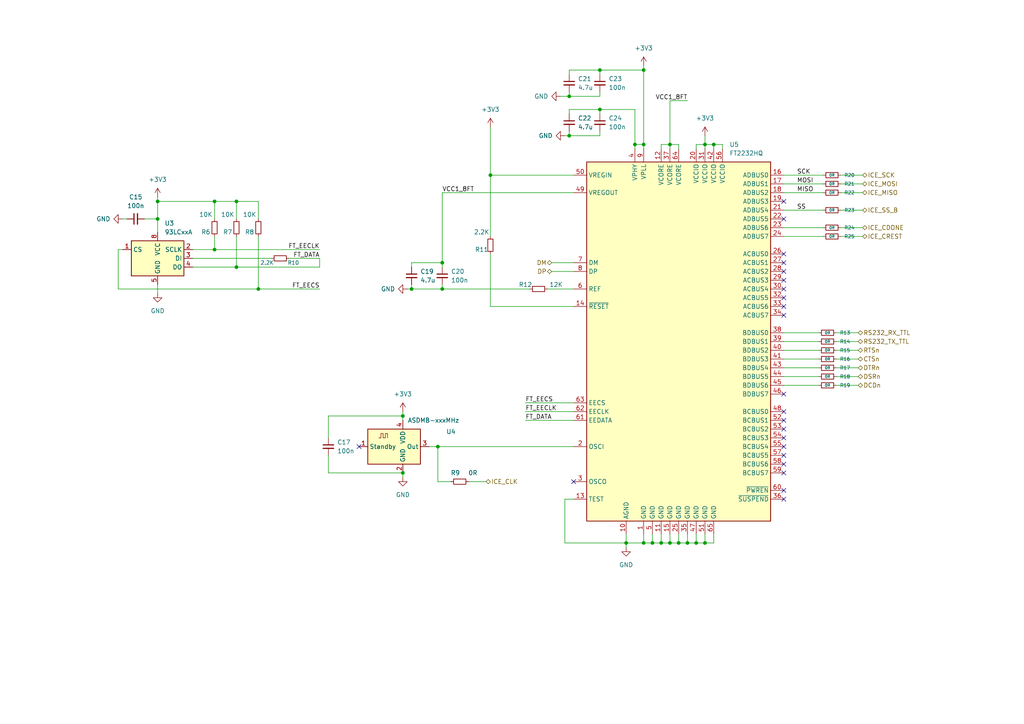
<source format=kicad_sch>
(kicad_sch (version 20211123) (generator eeschema)
  (paper "A4")
  (lib_symbols
    (symbol "Device:C_Small" (pin_numbers hide) (pin_names (offset 0.254) hide)
      (property "Reference" "C" (at 0.254 1.778 0))
      (property "Value" "C_Small" (at 0.254 -2.032 0))
      (symbol "C_Small_0_1"
        (polyline (pts (xy -1.524 -0.508) (xy 1.524 -0.508)) (stroke (width 0.3302)))
        (polyline (pts (xy -1.524 0.508) (xy 1.524 0.508)) (stroke (width 0.3048)))
      )
      (symbol "C_Small_1_1"
        (pin passive line (at 0 2.54 270) (length 2.032) (name "~") (number "1"))
        (pin passive line (at 0 -2.54 90) (length 2.032) (name "~") (number "2"))
      )
    )
    (symbol "Device:R_Small" (pin_numbers hide) (pin_names (offset 0.254) hide)
      (property "Reference" "R" (at 0.762 0.508 0))
      (property "Value" "R_Small" (at 0.762 -1.016 0))
      (symbol "R_Small_0_1"
        (rectangle (start -0.762 1.778) (end 0.762 -1.778) (stroke (width 0.2032)))
      )
      (symbol "R_Small_1_1"
        (pin passive line (at 0 2.54 270) (length 0.762) (name "~") (number "1"))
        (pin passive line (at 0 -2.54 90) (length 0.762) (name "~") (number "2"))
      )
    )
    (symbol "Interface_USB:FT2232HQ"
      (property "Reference" "U" (at -26.67 53.34 0))
      (property "Value" "FT2232HQ" (at 19.05 53.34 0))
      (symbol "FT2232HQ_0_1"
        (rectangle (start -26.67 -52.07) (end 26.67 52.07) (stroke (width 0.254)) (fill (type background)))
      )
      (symbol "FT2232HQ_1_1"
        (pin power_in line (at -10.16 -55.88 90) (length 3.81) (name "GND") (number "1"))
        (pin power_in line (at -15.24 -55.88 90) (length 3.81) (name "AGND") (number "10"))
        (pin power_in line (at -5.08 -55.88 90) (length 3.81) (name "GND") (number "11"))
        (pin power_in line (at -5.08 55.88 270) (length 3.81) (name "VCORE") (number "12"))
        (pin input line (at -30.48 -45.72 0) (length 3.81) (name "TEST") (number "13"))
        (pin input line (at -30.48 10.16 0) (length 3.81) (name "~{RESET}") (number "14"))
        (pin power_in line (at -2.54 -55.88 90) (length 3.81) (name "GND") (number "15"))
        (pin bidirectional line (at 30.48 48.26 180) (length 3.81) (name "ADBUS0") (number "16"))
        (pin bidirectional line (at 30.48 45.72 180) (length 3.81) (name "ADBUS1") (number "17"))
        (pin bidirectional line (at 30.48 43.18 180) (length 3.81) (name "ADBUS2") (number "18"))
        (pin bidirectional line (at 30.48 40.64 180) (length 3.81) (name "ADBUS3") (number "19"))
        (pin input line (at -30.48 -30.48 0) (length 3.81) (name "OSCI") (number "2"))
        (pin power_in line (at 5.08 55.88 270) (length 3.81) (name "VCCIO") (number "20"))
        (pin bidirectional line (at 30.48 38.1 180) (length 3.81) (name "ADBUS4") (number "21"))
        (pin bidirectional line (at 30.48 35.56 180) (length 3.81) (name "ADBUS5") (number "22"))
        (pin bidirectional line (at 30.48 33.02 180) (length 3.81) (name "ADBUS6") (number "23"))
        (pin bidirectional line (at 30.48 30.48 180) (length 3.81) (name "ADBUS7") (number "24"))
        (pin power_in line (at 0 -55.88 90) (length 3.81) (name "GND") (number "25"))
        (pin bidirectional line (at 30.48 25.4 180) (length 3.81) (name "ACBUS0") (number "26"))
        (pin bidirectional line (at 30.48 22.86 180) (length 3.81) (name "ACBUS1") (number "27"))
        (pin bidirectional line (at 30.48 20.32 180) (length 3.81) (name "ACBUS2") (number "28"))
        (pin bidirectional line (at 30.48 17.78 180) (length 3.81) (name "ACBUS3") (number "29"))
        (pin output line (at -30.48 -40.64 0) (length 3.81) (name "OSCO") (number "3"))
        (pin bidirectional line (at 30.48 15.24 180) (length 3.81) (name "ACBUS4") (number "30"))
        (pin power_in line (at 7.62 55.88 270) (length 3.81) (name "VCCIO") (number "31"))
        (pin bidirectional line (at 30.48 12.7 180) (length 3.81) (name "ACBUS5") (number "32"))
        (pin bidirectional line (at 30.48 10.16 180) (length 3.81) (name "ACBUS6") (number "33"))
        (pin bidirectional line (at 30.48 7.62 180) (length 3.81) (name "ACBUS7") (number "34"))
        (pin power_in line (at 2.54 -55.88 90) (length 3.81) (name "GND") (number "35"))
        (pin output line (at 30.48 -45.72 180) (length 3.81) (name "~{SUSPEND}") (number "36"))
        (pin power_in line (at -2.54 55.88 270) (length 3.81) (name "VCORE") (number "37"))
        (pin bidirectional line (at 30.48 2.54 180) (length 3.81) (name "BDBUS0") (number "38"))
        (pin bidirectional line (at 30.48 0 180) (length 3.81) (name "BDBUS1") (number "39"))
        (pin power_in line (at -12.7 55.88 270) (length 3.81) (name "VPHY") (number "4"))
        (pin bidirectional line (at 30.48 -2.54 180) (length 3.81) (name "BDBUS2") (number "40"))
        (pin bidirectional line (at 30.48 -5.08 180) (length 3.81) (name "BDBUS3") (number "41"))
        (pin power_in line (at 10.16 55.88 270) (length 3.81) (name "VCCIO") (number "42"))
        (pin bidirectional line (at 30.48 -7.62 180) (length 3.81) (name "BDBUS4") (number "43"))
        (pin bidirectional line (at 30.48 -10.16 180) (length 3.81) (name "BDBUS5") (number "44"))
        (pin bidirectional line (at 30.48 -12.7 180) (length 3.81) (name "BDBUS6") (number "45"))
        (pin bidirectional line (at 30.48 -15.24 180) (length 3.81) (name "BDBUS7") (number "46"))
        (pin power_in line (at 5.08 -55.88 90) (length 3.81) (name "GND") (number "47"))
        (pin bidirectional line (at 30.48 -20.32 180) (length 3.81) (name "BCBUS0") (number "48"))
        (pin power_out line (at -30.48 43.18 0) (length 3.81) (name "VREGOUT") (number "49"))
        (pin power_in line (at -7.62 -55.88 90) (length 3.81) (name "GND") (number "5"))
        (pin power_in line (at -30.48 48.26 0) (length 3.81) (name "VREGIN") (number "50"))
        (pin power_in line (at 7.62 -55.88 90) (length 3.81) (name "GND") (number "51"))
        (pin bidirectional line (at 30.48 -22.86 180) (length 3.81) (name "BCBUS1") (number "52"))
        (pin bidirectional line (at 30.48 -25.4 180) (length 3.81) (name "BCBUS2") (number "53"))
        (pin bidirectional line (at 30.48 -27.94 180) (length 3.81) (name "BCBUS3") (number "54"))
        (pin bidirectional line (at 30.48 -30.48 180) (length 3.81) (name "BCBUS4") (number "55"))
        (pin power_in line (at 12.7 55.88 270) (length 3.81) (name "VCCIO") (number "56"))
        (pin bidirectional line (at 30.48 -33.02 180) (length 3.81) (name "BCBUS5") (number "57"))
        (pin bidirectional line (at 30.48 -35.56 180) (length 3.81) (name "BCBUS6") (number "58"))
        (pin bidirectional line (at 30.48 -38.1 180) (length 3.81) (name "BCBUS7") (number "59"))
        (pin output line (at -30.48 15.24 0) (length 3.81) (name "REF") (number "6"))
        (pin output line (at 30.48 -43.18 180) (length 3.81) (name "~{PWREN}") (number "60"))
        (pin bidirectional line (at -30.48 -22.86 0) (length 3.81) (name "EEDATA") (number "61"))
        (pin output line (at -30.48 -20.32 0) (length 3.81) (name "EECLK") (number "62"))
        (pin output line (at -30.48 -17.78 0) (length 3.81) (name "EECS") (number "63"))
        (pin power_in line (at 0 55.88 270) (length 3.81) (name "VCORE") (number "64"))
        (pin power_in line (at 10.16 -55.88 90) (length 3.81) (name "GND") (number "65"))
        (pin bidirectional line (at -30.48 22.86 0) (length 3.81) (name "DM") (number "7"))
        (pin bidirectional line (at -30.48 20.32 0) (length 3.81) (name "DP") (number "8"))
        (pin input line (at -10.16 55.88 270) (length 3.81) (name "VPLL") (number "9"))
      )
    )
    (symbol "Memory_EEPROM:93LCxxA"
      (property "Reference" "U" (at -7.62 6.35 0))
      (property "Value" "93LCxxA" (at 2.54 -6.35 0))
      (symbol "93LCxxA_1_1"
        (rectangle (start -7.62 5.08) (end 7.62 -5.08) (stroke (width 0.254)) (fill (type background)))
        (pin input line (at -10.16 2.54 0) (length 2.54) (name "CS") (number "1"))
        (pin input line (at 10.16 2.54 180) (length 2.54) (name "SCLK") (number "2"))
        (pin input line (at 10.16 0 180) (length 2.54) (name "DI") (number "3"))
        (pin tri_state line (at 10.16 -2.54 180) (length 2.54) (name "DO") (number "4"))
        (pin power_in line (at 0 -7.62 90) (length 2.54) (name "GND") (number "5"))
        (pin no_connect line (at -7.62 0 0) (length 2.54) hide (name "NC") (number "6"))
        (pin no_connect line (at -7.62 -2.54 0) (length 2.54) hide (name "NC") (number "7"))
        (pin power_in line (at 0 7.62 270) (length 2.54) (name "VCC") (number "8"))
      )
    )
    (symbol "Oscillator:ASDMB-xxxMHz"
      (property "Reference" "U" (at -6.35 6.35 0))
      (property "Value" "ASDMB-xxxMHz" (at 11.43 6.35 0))
      (symbol "ASDMB-xxxMHz_1_1"
        (rectangle (start -7.62 5.08) (end 7.62 -5.08) (stroke (width 0.254)) (fill (type background)))
        (polyline (pts (xy -4.445 2.54) (xy -3.81 2.54) (xy -3.81 3.81) (xy -3.175 3.81) (xy -3.175 2.54) (xy -2.54 2.54) (xy -2.54 3.81) (xy -1.905 3.81) (xy -1.905 2.54)))
        (pin input line (at -10.16 0 0) (length 2.54) (name "Standby") (number "1"))
        (pin power_in line (at 2.54 -7.62 90) (length 2.54) (name "GND") (number "2"))
        (pin output line (at 10.16 0 180) (length 2.54) (name "Out") (number "3"))
        (pin power_in line (at 2.54 7.62 270) (length 2.54) (name "VDD") (number "4"))
      )
    )
    (symbol "power:+3.3V" (power) (pin_names (offset 0))
      (property "Value" "+3.3V" (at 0 3.556 0))
      (symbol "+3.3V_0_1"
        (polyline (pts (xy -0.762 1.27) (xy 0 2.54)))
        (polyline (pts (xy 0 0) (xy 0 2.54)))
        (polyline (pts (xy 0 2.54) (xy 0.762 1.27)))
      )
      (symbol "+3.3V_1_1"
        (pin power_in line (at 0 0 90) (length 0) hide (name "+3V3") (number "1"))
      )
    )
    (symbol "power:GND" (power) (pin_names (offset 0))
      (property "Value" "GND" (at 0 -3.81 0))
      (symbol "GND_0_1"
        (polyline (pts (xy 0 0) (xy 0 -1.27) (xy 1.27 -1.27) (xy 0 -2.54) (xy -1.27 -1.27) (xy 0 -1.27)))
      )
      (symbol "GND_1_1"
        (pin power_in line (at 0 0 270) (length 0) hide (name "GND") (number "1"))
      )
    )
  )
  (junction (at 173.99 31.75))
  (junction (at 68.58 58.42))
  (junction (at 186.69 41.91))
  (junction (at 127 129.54))
  (junction (at 165.1 27.94))
  (junction (at 45.72 63.5))
  (junction (at 181.61 157.48))
  (junction (at 194.31 41.91))
  (junction (at 186.69 157.48))
  (junction (at 119.38 83.82))
  (junction (at 128.27 76.2))
  (junction (at 68.58 77.47))
  (junction (at 173.99 20.32))
  (junction (at 189.23 157.48))
  (junction (at 62.23 72.39))
  (junction (at 74.93 83.82))
  (junction (at 204.47 41.91))
  (junction (at 199.39 157.48))
  (junction (at 45.72 58.42))
  (junction (at 142.24 50.8))
  (junction (at 201.93 157.48))
  (junction (at 165.1 39.37))
  (junction (at 207.01 41.91))
  (junction (at 191.77 157.48))
  (junction (at 128.27 83.82))
  (junction (at 116.84 137.16))
  (junction (at 62.23 58.42))
  (junction (at 186.69 20.32))
  (junction (at 184.15 41.91))
  (junction (at 204.47 157.48))
  (junction (at 194.31 157.48))
  (junction (at 116.84 120.65))
  (junction (at 196.85 157.48))
  (no_connect (at 104.14 129.54))
  (no_connect (at 227.33 119.38))
  (no_connect (at 227.33 121.92))
  (no_connect (at 227.33 124.46))
  (no_connect (at 227.33 127))
  (no_connect (at 227.33 129.54))
  (no_connect (at 227.33 132.08))
  (no_connect (at 227.33 134.62))
  (no_connect (at 227.33 137.16))
  (no_connect (at 227.33 144.78))
  (no_connect (at 227.33 142.24))
  (no_connect (at 227.33 114.3))
  (no_connect (at 227.33 58.42))
  (no_connect (at 227.33 63.5))
  (no_connect (at 227.33 81.28))
  (no_connect (at 227.33 83.82))
  (no_connect (at 227.33 86.36))
  (no_connect (at 227.33 88.9))
  (no_connect (at 227.33 91.44))
  (no_connect (at 227.33 73.66))
  (no_connect (at 227.33 76.2))
  (no_connect (at 227.33 78.74))
  (no_connect (at 166.37 139.7))
  (wire (pts (xy 207.01 41.91) (xy 209.55 41.91)))
  (wire (pts (xy 45.72 57.15) (xy 45.72 58.42)))
  (wire (pts (xy 227.33 104.14) (xy 237.49 104.14)))
  (wire (pts (xy 186.69 20.32) (xy 186.69 41.91)))
  (wire (pts (xy 181.61 157.48) (xy 181.61 158.75)))
  (wire (pts (xy 165.1 27.94) (xy 173.99 27.94)))
  (wire (pts (xy 166.37 144.78) (xy 163.83 144.78)))
  (wire (pts (xy 243.84 53.34) (xy 250.19 53.34)))
  (wire (pts (xy 242.57 106.68) (xy 248.92 106.68)))
  (wire (pts (xy 127 129.54) (xy 166.37 129.54)))
  (wire (pts (xy 227.33 53.34) (xy 238.76 53.34)))
  (wire (pts (xy 74.93 58.42) (xy 74.93 63.5)))
  (wire (pts (xy 227.33 111.76) (xy 237.49 111.76)))
  (wire (pts (xy 160.02 76.2) (xy 166.37 76.2)))
  (wire (pts (xy 227.33 68.58) (xy 238.76 68.58)))
  (wire (pts (xy 242.57 111.76) (xy 248.92 111.76)))
  (wire (pts (xy 181.61 154.94) (xy 181.61 157.48)))
  (wire (pts (xy 165.1 20.32) (xy 173.99 20.32)))
  (wire (pts (xy 194.31 29.21) (xy 199.39 29.21)))
  (wire (pts (xy 124.46 129.54) (xy 127 129.54)))
  (wire (pts (xy 242.57 101.6) (xy 248.92 101.6)))
  (wire (pts (xy 204.47 157.48) (xy 201.93 157.48)))
  (wire (pts (xy 95.25 120.65) (xy 116.84 120.65)))
  (wire (pts (xy 243.84 50.8) (xy 250.19 50.8)))
  (wire (pts (xy 186.69 43.18) (xy 186.69 41.91)))
  (wire (pts (xy 74.93 83.82) (xy 92.71 83.82)))
  (wire (pts (xy 186.69 157.48) (xy 189.23 157.48)))
  (wire (pts (xy 95.25 132.08) (xy 95.25 137.16)))
  (wire (pts (xy 194.31 41.91) (xy 196.85 41.91)))
  (wire (pts (xy 62.23 72.39) (xy 62.23 68.58)))
  (wire (pts (xy 227.33 60.96) (xy 238.76 60.96)))
  (wire (pts (xy 74.93 83.82) (xy 34.29 83.82)))
  (wire (pts (xy 92.71 74.93) (xy 92.71 77.47)))
  (wire (pts (xy 130.81 139.7) (xy 127 139.7)))
  (wire (pts (xy 163.83 144.78) (xy 163.83 157.48)))
  (wire (pts (xy 194.31 29.21) (xy 194.31 41.91)))
  (wire (pts (xy 152.4 116.84) (xy 166.37 116.84)))
  (wire (pts (xy 201.93 154.94) (xy 201.93 157.48)))
  (wire (pts (xy 199.39 157.48) (xy 196.85 157.48)))
  (wire (pts (xy 142.24 50.8) (xy 166.37 50.8)))
  (wire (pts (xy 173.99 20.32) (xy 186.69 20.32)))
  (wire (pts (xy 242.57 99.06) (xy 248.92 99.06)))
  (wire (pts (xy 152.4 119.38) (xy 166.37 119.38)))
  (wire (pts (xy 227.33 109.22) (xy 237.49 109.22)))
  (wire (pts (xy 227.33 99.06) (xy 237.49 99.06)))
  (wire (pts (xy 165.1 33.02) (xy 165.1 31.75)))
  (wire (pts (xy 207.01 154.94) (xy 207.01 157.48)))
  (wire (pts (xy 191.77 43.18) (xy 191.77 41.91)))
  (wire (pts (xy 165.1 39.37) (xy 173.99 39.37)))
  (wire (pts (xy 186.69 41.91) (xy 184.15 41.91)))
  (wire (pts (xy 74.93 68.58) (xy 74.93 83.82)))
  (wire (pts (xy 45.72 58.42) (xy 62.23 58.42)))
  (wire (pts (xy 243.84 68.58) (xy 250.19 68.58)))
  (wire (pts (xy 119.38 77.47) (xy 119.38 76.2)))
  (wire (pts (xy 118.11 83.82) (xy 119.38 83.82)))
  (wire (pts (xy 62.23 58.42) (xy 62.23 63.5)))
  (wire (pts (xy 191.77 157.48) (xy 189.23 157.48)))
  (wire (pts (xy 201.93 157.48) (xy 199.39 157.48)))
  (wire (pts (xy 243.84 60.96) (xy 250.19 60.96)))
  (wire (pts (xy 173.99 39.37) (xy 173.99 38.1)))
  (wire (pts (xy 142.24 68.58) (xy 142.24 50.8)))
  (wire (pts (xy 173.99 31.75) (xy 173.99 33.02)))
  (wire (pts (xy 116.84 120.65) (xy 116.84 121.92)))
  (wire (pts (xy 181.61 157.48) (xy 186.69 157.48)))
  (wire (pts (xy 35.56 63.5) (xy 36.83 63.5)))
  (wire (pts (xy 55.88 72.39) (xy 62.23 72.39)))
  (wire (pts (xy 173.99 20.32) (xy 173.99 21.59)))
  (wire (pts (xy 83.82 74.93) (xy 92.71 74.93)))
  (wire (pts (xy 45.72 82.55) (xy 45.72 85.09)))
  (wire (pts (xy 55.88 77.47) (xy 68.58 77.47)))
  (wire (pts (xy 142.24 50.8) (xy 142.24 36.83)))
  (wire (pts (xy 227.33 106.68) (xy 237.49 106.68)))
  (wire (pts (xy 227.33 66.04) (xy 238.76 66.04)))
  (wire (pts (xy 142.24 73.66) (xy 142.24 88.9)))
  (wire (pts (xy 209.55 41.91) (xy 209.55 43.18)))
  (wire (pts (xy 128.27 83.82) (xy 128.27 82.55)))
  (wire (pts (xy 186.69 19.05) (xy 186.69 20.32)))
  (wire (pts (xy 196.85 157.48) (xy 194.31 157.48)))
  (wire (pts (xy 165.1 26.67) (xy 165.1 27.94)))
  (wire (pts (xy 116.84 137.16) (xy 116.84 138.43)))
  (wire (pts (xy 184.15 41.91) (xy 184.15 43.18)))
  (wire (pts (xy 194.31 154.94) (xy 194.31 157.48)))
  (wire (pts (xy 162.56 27.94) (xy 165.1 27.94)))
  (wire (pts (xy 34.29 83.82) (xy 34.29 72.39)))
  (wire (pts (xy 68.58 58.42) (xy 68.58 63.5)))
  (wire (pts (xy 207.01 157.48) (xy 204.47 157.48)))
  (wire (pts (xy 68.58 77.47) (xy 92.71 77.47)))
  (wire (pts (xy 186.69 154.94) (xy 186.69 157.48)))
  (wire (pts (xy 173.99 27.94) (xy 173.99 26.67)))
  (wire (pts (xy 165.1 38.1) (xy 165.1 39.37)))
  (wire (pts (xy 227.33 96.52) (xy 237.49 96.52)))
  (wire (pts (xy 196.85 154.94) (xy 196.85 157.48)))
  (wire (pts (xy 128.27 76.2) (xy 128.27 77.47)))
  (wire (pts (xy 62.23 72.39) (xy 92.71 72.39)))
  (wire (pts (xy 204.47 41.91) (xy 204.47 43.18)))
  (wire (pts (xy 45.72 63.5) (xy 45.72 67.31)))
  (wire (pts (xy 165.1 31.75) (xy 173.99 31.75)))
  (wire (pts (xy 242.57 104.14) (xy 248.92 104.14)))
  (wire (pts (xy 227.33 101.6) (xy 237.49 101.6)))
  (wire (pts (xy 166.37 55.88) (xy 128.27 55.88)))
  (wire (pts (xy 243.84 55.88) (xy 250.19 55.88)))
  (wire (pts (xy 95.25 137.16) (xy 116.84 137.16)))
  (wire (pts (xy 227.33 55.88) (xy 238.76 55.88)))
  (wire (pts (xy 199.39 154.94) (xy 199.39 157.48)))
  (wire (pts (xy 204.47 154.94) (xy 204.47 157.48)))
  (wire (pts (xy 68.58 58.42) (xy 74.93 58.42)))
  (wire (pts (xy 201.93 43.18) (xy 201.93 41.91)))
  (wire (pts (xy 128.27 83.82) (xy 153.67 83.82)))
  (wire (pts (xy 128.27 55.88) (xy 128.27 76.2)))
  (wire (pts (xy 34.29 72.39) (xy 35.56 72.39)))
  (wire (pts (xy 194.31 41.91) (xy 194.31 43.18)))
  (wire (pts (xy 184.15 31.75) (xy 184.15 41.91)))
  (wire (pts (xy 45.72 58.42) (xy 45.72 63.5)))
  (wire (pts (xy 95.25 127) (xy 95.25 120.65)))
  (wire (pts (xy 227.33 50.8) (xy 238.76 50.8)))
  (wire (pts (xy 242.57 109.22) (xy 248.92 109.22)))
  (wire (pts (xy 41.91 63.5) (xy 45.72 63.5)))
  (wire (pts (xy 160.02 78.74) (xy 166.37 78.74)))
  (wire (pts (xy 142.24 88.9) (xy 166.37 88.9)))
  (wire (pts (xy 116.84 119.38) (xy 116.84 120.65)))
  (wire (pts (xy 173.99 31.75) (xy 184.15 31.75)))
  (wire (pts (xy 163.83 39.37) (xy 165.1 39.37)))
  (wire (pts (xy 243.84 66.04) (xy 250.19 66.04)))
  (wire (pts (xy 165.1 21.59) (xy 165.1 20.32)))
  (wire (pts (xy 196.85 41.91) (xy 196.85 43.18)))
  (wire (pts (xy 163.83 157.48) (xy 181.61 157.48)))
  (wire (pts (xy 119.38 76.2) (xy 128.27 76.2)))
  (wire (pts (xy 119.38 82.55) (xy 119.38 83.82)))
  (wire (pts (xy 194.31 157.48) (xy 191.77 157.48)))
  (wire (pts (xy 189.23 154.94) (xy 189.23 157.48)))
  (wire (pts (xy 158.75 83.82) (xy 166.37 83.82)))
  (wire (pts (xy 191.77 154.94) (xy 191.77 157.48)))
  (wire (pts (xy 135.89 139.7) (xy 140.97 139.7)))
  (wire (pts (xy 68.58 77.47) (xy 68.58 68.58)))
  (wire (pts (xy 62.23 58.42) (xy 68.58 58.42)))
  (wire (pts (xy 204.47 39.37) (xy 204.47 41.91)))
  (wire (pts (xy 242.57 96.52) (xy 248.92 96.52)))
  (wire (pts (xy 127 139.7) (xy 127 129.54)))
  (wire (pts (xy 207.01 41.91) (xy 207.01 43.18)))
  (wire (pts (xy 152.4 121.92) (xy 166.37 121.92)))
  (wire (pts (xy 191.77 41.91) (xy 194.31 41.91)))
  (wire (pts (xy 201.93 41.91) (xy 204.47 41.91)))
  (wire (pts (xy 55.88 74.93) (xy 78.74 74.93)))
  (wire (pts (xy 119.38 83.82) (xy 128.27 83.82)))
  (wire (pts (xy 204.47 41.91) (xy 207.01 41.91)))
  (label "FT_DATA" (at 92.71 74.93 180))
  (label "FT_EECS" (at 92.71 83.82 180))
  (label "SCK" (at 231.14 50.8 0))
  (label "SS" (at 231.14 60.96 0))
  (label "FT_DATA" (at 152.4 121.92 0))
  (label "VCC1_8FT" (at 128.27 55.88 0))
  (label "VCC1_8FT" (at 199.39 29.21 180))
  (label "MISO" (at 231.14 55.88 0))
  (label "FT_EECLK" (at 152.4 119.38 0))
  (label "FT_EECS" (at 152.4 116.84 0))
  (label "FT_EECLK" (at 92.71 72.39 180))
  (label "MOSI" (at 231.14 53.34 0))
  (hierarchical_label "RTSn" (shape bidirectional) (at 248.92 101.6 0))
  (hierarchical_label "RS232_RX_TTL" (shape bidirectional) (at 248.92 96.52 0))
  (hierarchical_label "ICE_CDONE" (shape bidirectional) (at 250.19 66.04 0))
  (hierarchical_label "DCDn" (shape bidirectional) (at 248.92 111.76 0))
  (hierarchical_label "ICE_MOSI" (shape bidirectional) (at 250.19 53.34 0))
  (hierarchical_label "ICE_CLK" (shape bidirectional) (at 140.97 139.7 0))
  (hierarchical_label "CTSn" (shape bidirectional) (at 248.92 104.14 0))
  (hierarchical_label "ICE_SS_B" (shape bidirectional) (at 250.19 60.96 0))
  (hierarchical_label "ICE_CREST" (shape bidirectional) (at 250.19 68.58 0))
  (hierarchical_label "DP" (shape bidirectional) (at 160.02 78.74 180))
  (hierarchical_label "ICE_SCK" (shape bidirectional) (at 250.19 50.8 0))
  (hierarchical_label "DM" (shape bidirectional) (at 160.02 76.2 180))
  (hierarchical_label "RS232_TX_TTL" (shape bidirectional) (at 248.92 99.06 0))
  (hierarchical_label "ICE_MISO" (shape bidirectional) (at 250.19 55.88 0))
  (hierarchical_label "DSRn" (shape bidirectional) (at 248.92 109.22 0))
  (hierarchical_label "DTRn" (shape bidirectional) (at 248.92 106.68 0))
  (symbol (lib_id "power:+3.3V") (at 186.69 19.05 0) (unit 1)
    (property "Reference" "#PWR026" (effects hide))
    (property "Value" "+3.3V" (at 186.69 13.97 0))
  )
  (symbol (lib_id "Device:R_Small") (at 240.03 101.6 270) (unit 1)
    (property "Reference" "R15" (at 245.11 101.6 90) (effects (font (size 1 1))))
    (property "Value" "0R" (at 240.03 101.6 90) (effects (font (size 0.8 0.8))))
    (property "Footprint" "Resistor_SMD:R_0603_1608Metric" (effects hide))
  )
  (symbol (lib_id "power:+3.3V") (at 116.84 119.38 0) (unit 1)
    (property "Reference" "#PWR019" (effects hide))
    (property "Value" "+3.3V" (at 116.84 114.3 0))
  )
  (symbol (lib_id "Device:R_Small") (at 240.03 104.14 270) (unit 1)
    (property "Reference" "R16" (at 245.11 104.14 90) (effects (font (size 1 1))))
    (property "Value" "0R" (at 240.03 104.14 90) (effects (font (size 0.8 0.8))))
    (property "Footprint" "Resistor_SMD:R_0603_1608Metric" (effects hide))
  )
  (symbol (lib_id "Memory_EEPROM:93LCxxA") (at 45.72 74.93 0) (unit 1)
    (property "Reference" "U3" (at 47.7394 64.77 0) (effects (justify left)))
    (property "Value" "93LCxxA" (at 47.7394 67.31 0) (effects (justify left)))
    (property "Footprint" "Package_SO:SOIC-8_3.9x4.9mm_P1.27mm" (effects hide))
    (property "Datasheet" "http://ww1.microchip.com/downloads/en/DeviceDoc/20001749K.pdf" (effects hide))
  )
  (symbol (lib_id "Device:R_Small") (at 74.93 66.04 180) (unit 1)
    (property "Reference" "R8" (at 72.39 67.31 0))
    (property "Value" "10K" (at 72.39 62.23 0))
    (property "Footprint" "Resistor_SMD:R_0603_1608Metric" (effects hide))
  )
  (symbol (lib_id "power:GND") (at 116.84 138.43 0) (unit 1)
    (property "Reference" "#PWR020" (effects hide))
    (property "Value" "GND" (at 116.84 143.51 0))
  )
  (symbol (lib_id "Device:C_Small") (at 39.37 63.5 90) (unit 1)
    (property "Reference" "C15" (at 39.3763 57.15 90))
    (property "Value" "100n" (at 39.3763 59.69 90))
    (property "Footprint" "Capacitor_SMD:C_0603_1608Metric" (effects hide))
  )
  (symbol (lib_id "Interface_USB:FT2232HQ") (at 196.85 99.06 0) (unit 1)
    (property "Reference" "U5" (at 211.5694 41.91 0) (effects (justify left)))
    (property "Value" "FT2232HQ" (at 211.5694 44.45 0) (effects (justify left)))
    (property "Footprint" "Package_DFN_QFN:QFN-64-1EP_9x9mm_P0.5mm_EP4.35x4.35mm" (effects hide))
    (property "Datasheet" "https://www.ftdichip.com/Support/Documents/DataSheets/ICs/DS_FT2232H.pdf" (effects hide))
  )
  (symbol (lib_id "power:GND") (at 35.56 63.5 270) (unit 1)
    (property "Reference" "#PWR016" (effects hide))
    (property "Value" "GND" (at 27.94 63.5 90) (effects (justify left)))
  )
  (symbol (lib_id "Device:R_Small") (at 241.3 66.04 270) (unit 1)
    (property "Reference" "R24" (at 246.38 66.04 90) (effects (font (size 1 1))))
    (property "Value" "0R" (at 241.3 66.04 90) (effects (font (size 0.8 0.8))))
    (property "Footprint" "Resistor_SMD:R_0603_1608Metric" (effects hide))
  )
  (symbol (lib_id "power:+3.3V") (at 142.24 36.83 0) (unit 1)
    (property "Reference" "#PWR022" (effects hide))
    (property "Value" "+3.3V" (at 142.24 31.75 0))
  )
  (symbol (lib_id "Device:C_Small") (at 173.99 35.56 0) (unit 1)
    (property "Reference" "C24" (at 176.53 34.2962 0) (effects (justify left)))
    (property "Value" "100n" (at 176.53 36.8362 0) (effects (justify left)))
    (property "Footprint" "Capacitor_SMD:C_0603_1608Metric" (effects hide))
  )
  (symbol (lib_id "Device:R_Small") (at 156.21 83.82 90) (unit 1)
    (property "Reference" "R12" (at 152.4 82.55 90))
    (property "Value" "12K" (at 161.29 82.55 90))
    (property "Footprint" "Resistor_SMD:R_0603_1608Metric" (effects hide))
  )
  (symbol (lib_id "power:GND") (at 163.83 39.37 270) (unit 1)
    (property "Reference" "#PWR024" (effects hide))
    (property "Value" "GND" (at 156.21 39.37 90) (effects (justify left)))
  )
  (symbol (lib_id "Device:R_Small") (at 81.28 74.93 270) (unit 1)
    (property "Reference" "R10" (at 85.09 76.2 90) (effects (font (size 1.1 1.1))))
    (property "Value" "2.2K" (at 77.47 76.2 90) (effects (font (size 1.1 1.1))))
    (property "Footprint" "Resistor_SMD:R_0603_1608Metric" (effects hide))
  )
  (symbol (lib_id "Device:R_Small") (at 133.35 139.7 90) (unit 1)
    (property "Reference" "R9" (at 132.08 137.16 90))
    (property "Value" "0R" (at 137.16 137.16 90))
    (property "Footprint" "Resistor_SMD:R_0603_1608Metric" (effects hide))
  )
  (symbol (lib_id "power:GND") (at 162.56 27.94 270) (unit 1)
    (property "Reference" "#PWR023" (effects hide))
    (property "Value" "GND" (at 154.94 27.94 90) (effects (justify left)))
  )
  (symbol (lib_id "power:GND") (at 181.61 158.75 0) (unit 1)
    (property "Reference" "#PWR025" (effects hide))
    (property "Value" "GND" (at 181.61 163.83 0))
  )
  (symbol (lib_id "power:+3.3V") (at 204.47 39.37 0) (unit 1)
    (property "Reference" "#PWR027" (effects hide))
    (property "Value" "+3.3V" (at 204.47 34.29 0))
  )
  (symbol (lib_id "Device:R_Small") (at 240.03 109.22 270) (unit 1)
    (property "Reference" "R18" (at 245.11 109.22 90) (effects (font (size 1 1))))
    (property "Value" "0R" (at 240.03 109.22 90) (effects (font (size 0.8 0.8))))
    (property "Footprint" "Resistor_SMD:R_0603_1608Metric" (effects hide))
  )
  (symbol (lib_id "Device:R_Small") (at 241.3 60.96 270) (unit 1)
    (property "Reference" "R23" (at 246.38 60.96 90) (effects (font (size 1 1))))
    (property "Value" "0R" (at 241.3 60.96 90) (effects (font (size 0.8 0.8))))
    (property "Footprint" "Resistor_SMD:R_0603_1608Metric" (effects hide))
  )
  (symbol (lib_id "Device:R_Small") (at 241.3 68.58 270) (unit 1)
    (property "Reference" "R25" (at 246.38 68.58 90) (effects (font (size 1 1))))
    (property "Value" "0R" (at 241.3 68.58 90) (effects (font (size 0.8 0.8))))
    (property "Footprint" "Resistor_SMD:R_0603_1608Metric" (effects hide))
  )
  (symbol (lib_id "Device:R_Small") (at 240.03 111.76 270) (unit 1)
    (property "Reference" "R19" (at 245.11 111.76 90) (effects (font (size 1 1))))
    (property "Value" "0R" (at 240.03 111.76 90) (effects (font (size 0.8 0.8))))
    (property "Footprint" "Resistor_SMD:R_0603_1608Metric" (effects hide))
  )
  (symbol (lib_id "Device:C_Small") (at 95.25 129.54 0) (unit 1)
    (property "Reference" "C17" (at 97.79 128.2762 0) (effects (justify left)))
    (property "Value" "100n" (at 97.79 130.8162 0) (effects (justify left)))
    (property "Footprint" "Capacitor_SMD:C_0603_1608Metric" (effects hide))
  )
  (symbol (lib_id "Device:C_Small") (at 128.27 80.01 0) (unit 1)
    (property "Reference" "C20" (at 130.81 78.7462 0) (effects (justify left)))
    (property "Value" "100n" (at 130.81 81.2862 0) (effects (justify left)))
    (property "Footprint" "Capacitor_SMD:C_0603_1608Metric" (effects hide))
  )
  (symbol (lib_id "Device:R_Small") (at 241.3 55.88 270) (unit 1)
    (property "Reference" "R22" (at 246.38 55.88 90) (effects (font (size 1 1))))
    (property "Value" "0R" (at 241.3 55.88 90) (effects (font (size 0.8 0.8))))
    (property "Footprint" "Resistor_SMD:R_0603_1608Metric" (effects hide))
  )
  (symbol (lib_id "Device:C_Small") (at 165.1 35.56 0) (unit 1)
    (property "Reference" "C22" (at 167.64 34.2962 0) (effects (justify left)))
    (property "Value" "4.7u" (at 167.64 36.8362 0) (effects (justify left)))
    (property "Footprint" "Capacitor_SMD:C_0603_1608Metric" (effects hide))
  )
  (symbol (lib_id "Device:R_Small") (at 240.03 96.52 270) (unit 1)
    (property "Reference" "R13" (at 245.11 96.52 90) (effects (font (size 1 1))))
    (property "Value" "0R" (at 240.03 96.52 90) (effects (font (size 0.8 0.8))))
    (property "Footprint" "Resistor_SMD:R_0603_1608Metric" (effects hide))
  )
  (symbol (lib_id "Device:R_Small") (at 68.58 66.04 180) (unit 1)
    (property "Reference" "R7" (at 66.04 67.31 0))
    (property "Value" "10K" (at 66.04 62.23 0))
    (property "Footprint" "Resistor_SMD:R_0603_1608Metric" (effects hide))
  )
  (symbol (lib_id "Oscillator:ASDMB-xxxMHz") (at 114.3 129.54 0) (unit 1)
    (property "Reference" "U4" (at 130.81 125.2093 0))
    (property "Value" "ASDMB-xxxMHz" (at 125.73 121.92 0))
    (property "Footprint" "Crystal:Crystal_SMD_Abracon_ABM8G-4Pin_3.2x2.5mm" (effects hide))
    (property "Datasheet" "https://abracon.com/Oscillators/ASDMB.pdf" (effects hide))
  )
  (symbol (lib_id "power:GND") (at 45.72 85.09 0) (unit 1)
    (property "Reference" "#PWR018" (effects hide))
    (property "Value" "GND" (at 45.72 90.17 0))
  )
  (symbol (lib_id "Device:R_Small") (at 62.23 66.04 180) (unit 1)
    (property "Reference" "R6" (at 59.69 67.31 0))
    (property "Value" "10K" (at 59.69 62.23 0))
    (property "Footprint" "Resistor_SMD:R_0603_1608Metric" (effects hide))
  )
  (symbol (lib_id "Device:R_Small") (at 241.3 50.8 270) (unit 1)
    (property "Reference" "R20" (at 246.38 50.8 90) (effects (font (size 1 1))))
    (property "Value" "0R" (at 241.3 50.8 90) (effects (font (size 0.8 0.8))))
    (property "Footprint" "Resistor_SMD:R_0603_1608Metric" (effects hide))
  )
  (symbol (lib_id "Device:C_Small") (at 173.99 24.13 0) (unit 1)
    (property "Reference" "C23" (at 176.53 22.8662 0) (effects (justify left)))
    (property "Value" "100n" (at 176.53 25.4062 0) (effects (justify left)))
    (property "Footprint" "Capacitor_SMD:C_0603_1608Metric" (effects hide))
  )
  (symbol (lib_id "Device:R_Small") (at 142.24 71.12 180) (unit 1)
    (property "Reference" "R11" (at 139.7 72.39 0))
    (property "Value" "2.2K" (at 139.7 67.31 0))
    (property "Footprint" "Resistor_SMD:R_0603_1608Metric" (effects hide))
  )
  (symbol (lib_id "Device:C_Small") (at 119.38 80.01 0) (unit 1)
    (property "Reference" "C19" (at 121.92 78.7462 0) (effects (justify left)))
    (property "Value" "4.7u" (at 121.92 81.2862 0) (effects (justify left)))
    (property "Footprint" "Capacitor_SMD:C_0603_1608Metric" (effects hide))
  )
  (symbol (lib_id "power:GND") (at 118.11 83.82 270) (unit 1)
    (property "Reference" "#PWR021" (effects hide))
    (property "Value" "GND" (at 110.49 83.82 90) (effects (justify left)))
  )
  (symbol (lib_id "Device:R_Small") (at 240.03 106.68 270) (unit 1)
    (property "Reference" "R17" (at 245.11 106.68 90) (effects (font (size 1 1))))
    (property "Value" "0R" (at 240.03 106.68 90) (effects (font (size 0.8 0.8))))
    (property "Footprint" "Resistor_SMD:R_0603_1608Metric" (effects hide))
  )
  (symbol (lib_id "Device:R_Small") (at 240.03 99.06 270) (unit 1)
    (property "Reference" "R14" (at 245.11 99.06 90) (effects (font (size 1 1))))
    (property "Value" "0R" (at 240.03 99.06 90) (effects (font (size 0.8 0.8))))
    (property "Footprint" "Resistor_SMD:R_0603_1608Metric" (effects hide))
  )
  (symbol (lib_id "Device:C_Small") (at 165.1 24.13 0) (unit 1)
    (property "Reference" "C21" (at 167.64 22.8662 0) (effects (justify left)))
    (property "Value" "4.7u" (at 167.64 25.4062 0) (effects (justify left)))
    (property "Footprint" "Capacitor_SMD:C_0603_1608Metric" (effects hide))
  )
  (symbol (lib_id "power:+3.3V") (at 45.72 57.15 0) (unit 1)
    (property "Reference" "#PWR017" (effects hide))
    (property "Value" "+3.3V" (at 45.72 52.07 0))
  )
  (symbol (lib_id "Device:R_Small") (at 241.3 53.34 270) (unit 1)
    (property "Reference" "R21" (at 246.38 53.34 90) (effects (font (size 1 1))))
    (property "Value" "0R" (at 241.3 53.34 90) (effects (font (size 0.8 0.8))))
    (property "Footprint" "Resistor_SMD:R_0603_1608Metric" (effects hide))
  )
)
</source>
